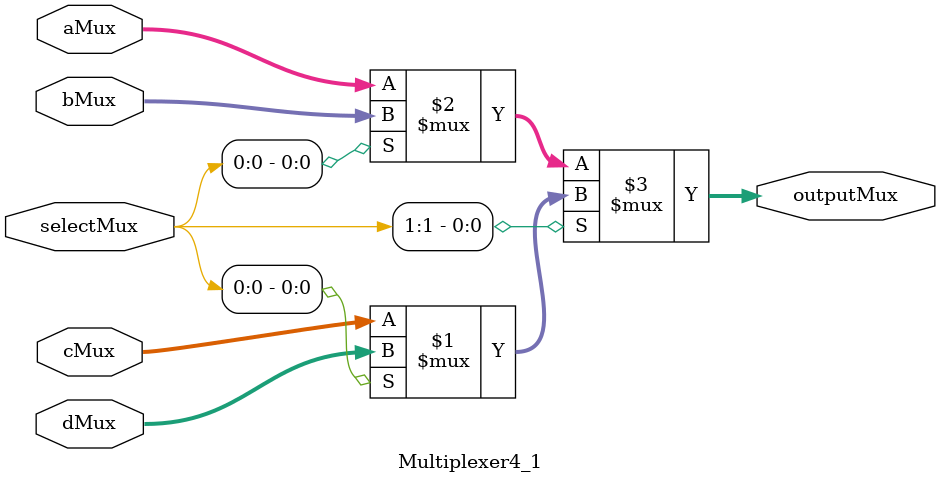
<source format=v>
`timescale 1ns / 1ps

module Multiplexer4_1(
    input [31:0]aMux,
    input [31:0]bMux,
    input [31:0]cMux,
    input [31:0]dMux,
    input [1:0]selectMux,
    output [31:0]outputMux
    );

// Implementation
assign outputMux = selectMux[1] ? (selectMux[0] ? dMux : cMux) : (selectMux[0] ? bMux : aMux);

endmodule

</source>
